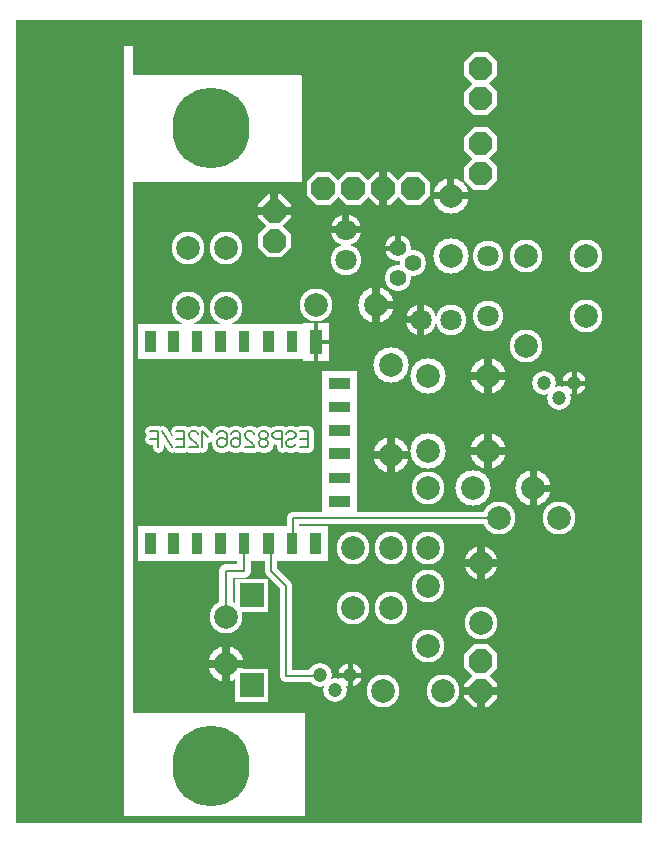
<source format=gbr>
%FSLAX34Y34*%
%MOMM*%
%LNSILK_TOP*%
G71*
G01*
%ADD10C, 7.50*%
%ADD11C, 2.80*%
%ADD12C, 2.80*%
%ADD13C, 2.60*%
%ADD14C, 2.60*%
%ADD15C, 3.00*%
%ADD16C, 3.00*%
%ADD17C, 1.20*%
%ADD18C, 1.00*%
%ADD19C, 2.00*%
%ADD20C, 2.20*%
%ADD21C, 3.00*%
%ADD22C, 0.10*%
%ADD23C, 0.20*%
%ADD24C, 0.97*%
%ADD25C, 0.67*%
%ADD26C, 0.60*%
%ADD27C, 0.33*%
%ADD28C, 0.40*%
%ADD29C, 0.47*%
%ADD30C, 6.50*%
%ADD31C, 2.00*%
%ADD32C, 2.00*%
%ADD33C, 1.80*%
%ADD34C, 1.80*%
%ADD35C, 2.00*%
%ADD36C, 2.00*%
%ADD37C, 1.20*%
%ADD38C, 1.40*%
%ADD39C, 0.17*%
%LPD*%
G36*
X0Y1000000D02*
X530000Y1000000D01*
X530000Y320000D01*
X0Y320000D01*
X0Y1000000D01*
G37*
%LPC*%
X165100Y368300D02*
G54D10*
D03*
X165100Y908050D02*
G54D10*
D03*
G36*
X259312Y702581D02*
X289312Y702581D01*
X289312Y681581D01*
X259312Y681581D01*
X259312Y702581D01*
G37*
G36*
X259312Y682738D02*
X289312Y682738D01*
X289312Y661738D01*
X259312Y661738D01*
X259312Y682738D01*
G37*
G36*
X259312Y662894D02*
X289312Y662894D01*
X289312Y641894D01*
X259312Y641894D01*
X259312Y662894D01*
G37*
G36*
X259312Y643050D02*
X289312Y643050D01*
X289312Y622050D01*
X259312Y622050D01*
X259312Y643050D01*
G37*
G36*
X259312Y622412D02*
X289312Y622412D01*
X289312Y601412D01*
X259312Y601412D01*
X259312Y622412D01*
G37*
G36*
X259312Y602569D02*
X289312Y602569D01*
X289312Y581569D01*
X259312Y581569D01*
X259312Y602569D01*
G37*
G36*
X103475Y742800D02*
X124475Y742800D01*
X124475Y712800D01*
X103475Y712800D01*
X103475Y742800D01*
G37*
G36*
X123319Y742800D02*
X144319Y742800D01*
X144319Y712800D01*
X123319Y712800D01*
X123319Y742800D01*
G37*
G36*
X143162Y742800D02*
X164162Y742800D01*
X164162Y712800D01*
X143162Y712800D01*
X143162Y742800D01*
G37*
G36*
X163006Y742800D02*
X184006Y742800D01*
X184006Y712800D01*
X163006Y712800D01*
X163006Y742800D01*
G37*
G36*
X182850Y742800D02*
X203850Y742800D01*
X203850Y712800D01*
X182850Y712800D01*
X182850Y742800D01*
G37*
G36*
X203488Y742800D02*
X224488Y742800D01*
X224488Y712800D01*
X203488Y712800D01*
X203488Y742800D01*
G37*
G36*
X223331Y742800D02*
X244331Y742800D01*
X244331Y712800D01*
X223331Y712800D01*
X223331Y742800D01*
G37*
G36*
X243175Y742800D02*
X264175Y742800D01*
X264175Y712800D01*
X243175Y712800D01*
X243175Y742800D01*
G37*
G36*
X243175Y571350D02*
X264175Y571350D01*
X264175Y541350D01*
X243175Y541350D01*
X243175Y571350D01*
G37*
G36*
X223331Y571350D02*
X244331Y571350D01*
X244331Y541350D01*
X223331Y541350D01*
X223331Y571350D01*
G37*
G36*
X203488Y571350D02*
X224488Y571350D01*
X224488Y541350D01*
X203488Y541350D01*
X203488Y571350D01*
G37*
G36*
X182850Y571350D02*
X203850Y571350D01*
X203850Y541350D01*
X182850Y541350D01*
X182850Y571350D01*
G37*
G36*
X163006Y571350D02*
X184006Y571350D01*
X184006Y541350D01*
X163006Y541350D01*
X163006Y571350D01*
G37*
G36*
X143162Y571350D02*
X164162Y571350D01*
X164162Y541350D01*
X143162Y541350D01*
X143162Y571350D01*
G37*
G36*
X123319Y571350D02*
X144319Y571350D01*
X144319Y541350D01*
X123319Y541350D01*
X123319Y571350D01*
G37*
G36*
X103475Y571350D02*
X124475Y571350D01*
X124475Y541350D01*
X103475Y541350D01*
X103475Y571350D01*
G37*
X165100Y908844D02*
G54D10*
D03*
X165100Y909638D02*
G54D10*
D03*
X165100Y907256D02*
G54D10*
D03*
X165100Y906462D02*
G54D10*
D03*
X165100Y369094D02*
G54D10*
D03*
X165100Y369888D02*
G54D10*
D03*
X165100Y367506D02*
G54D10*
D03*
X165100Y366712D02*
G54D10*
D03*
G36*
X186025Y526762D02*
X214025Y526762D01*
X214025Y498762D01*
X186025Y498762D01*
X186025Y526762D01*
G37*
G36*
X186025Y450562D02*
X214025Y450562D01*
X214025Y422562D01*
X186025Y422562D01*
X186025Y450562D01*
G37*
X177800Y454819D02*
G54D11*
D03*
X177800Y494506D02*
G54D11*
D03*
X431800Y724002D02*
G54D12*
D03*
X482600Y749402D02*
G54D12*
D03*
X482600Y800202D02*
G54D12*
D03*
X431800Y800202D02*
G54D12*
D03*
X400050Y800100D02*
G54D13*
D03*
X400050Y749300D02*
G54D13*
D03*
G36*
X246350Y863060D02*
X254540Y871250D01*
X266160Y871250D01*
X274350Y863060D01*
X274350Y851440D01*
X266160Y843250D01*
X254540Y843250D01*
X246350Y851440D01*
X246350Y863060D01*
G37*
G36*
X271750Y863060D02*
X279940Y871250D01*
X291560Y871250D01*
X299750Y863060D01*
X299750Y851440D01*
X291560Y843250D01*
X279940Y843250D01*
X271750Y851440D01*
X271750Y863060D01*
G37*
G36*
X297150Y863060D02*
X305340Y871250D01*
X316960Y871250D01*
X325150Y863060D01*
X325150Y851440D01*
X316960Y843250D01*
X305340Y843250D01*
X297150Y851440D01*
X297150Y863060D01*
G37*
G36*
X322550Y863060D02*
X330740Y871250D01*
X342360Y871250D01*
X350550Y863060D01*
X350550Y851440D01*
X342360Y843250D01*
X330740Y843250D01*
X322550Y851440D01*
X322550Y863060D01*
G37*
G36*
X205075Y844010D02*
X213265Y852200D01*
X224885Y852200D01*
X233075Y844010D01*
X233075Y832390D01*
X224885Y824200D01*
X213265Y824200D01*
X205075Y832390D01*
X205075Y844010D01*
G37*
G36*
X205075Y818610D02*
X213265Y826800D01*
X224885Y826800D01*
X233075Y818610D01*
X233075Y806990D01*
X224885Y798800D01*
X213265Y798800D01*
X205075Y806990D01*
X205075Y818610D01*
G37*
X279399Y822325D02*
G54D13*
D03*
X279399Y796925D02*
G54D13*
D03*
X279399Y822325D02*
G54D14*
D03*
X342900Y746125D02*
G54D13*
D03*
X368300Y746125D02*
G54D13*
D03*
X342900Y746125D02*
G54D14*
D03*
X368300Y850900D02*
G54D15*
D03*
X368300Y800100D02*
G54D15*
D03*
X368300Y850900D02*
G54D15*
D03*
G36*
X243000Y743070D02*
X265000Y743070D01*
X265000Y711070D01*
X243000Y711070D01*
X243000Y743070D01*
G37*
X317500Y631825D02*
G54D16*
D03*
X317500Y708025D02*
G54D16*
D03*
X317500Y631820D02*
G54D15*
D03*
X177800Y454820D02*
G54D15*
D03*
G54D17*
X193675Y558800D02*
X193675Y533400D01*
X177800Y533400D01*
X177800Y498475D01*
X349250Y635000D02*
G54D15*
D03*
X400050Y635000D02*
G54D15*
D03*
X349250Y698500D02*
G54D15*
D03*
X400050Y698500D02*
G54D15*
D03*
X400050Y698500D02*
G54D15*
D03*
X400050Y635000D02*
G54D15*
D03*
G36*
X399510Y471200D02*
X407700Y463010D01*
X407700Y451390D01*
X399510Y443200D01*
X387890Y443200D01*
X379700Y451390D01*
X379700Y463010D01*
X387890Y471200D01*
X399510Y471200D01*
G37*
G36*
X399510Y445800D02*
X407700Y437610D01*
X407700Y425990D01*
X399510Y417800D01*
X387890Y417800D01*
X379700Y425990D01*
X379700Y437610D01*
X387890Y445800D01*
X399510Y445800D01*
G37*
G54D18*
X215900Y558800D02*
X215900Y533400D01*
X228600Y520700D01*
X228600Y444500D01*
X257175Y444500D01*
X473075Y692150D02*
G54D19*
D03*
X460375Y679450D02*
G54D19*
D03*
X447675Y692150D02*
G54D19*
D03*
X473075Y692150D02*
G54D19*
D03*
G36*
X399510Y909350D02*
X407700Y901160D01*
X407700Y889540D01*
X399510Y881350D01*
X387890Y881350D01*
X379700Y889540D01*
X379700Y901160D01*
X387890Y909350D01*
X399510Y909350D01*
G37*
G36*
X399510Y883950D02*
X407700Y875760D01*
X407700Y864140D01*
X399510Y855950D01*
X387890Y855950D01*
X379700Y864140D01*
X379700Y875760D01*
X387890Y883950D01*
X399510Y883950D01*
G37*
G36*
X399510Y972850D02*
X407700Y964660D01*
X407700Y953040D01*
X399510Y944850D01*
X387890Y944850D01*
X379700Y953040D01*
X379700Y964660D01*
X387890Y972850D01*
X399510Y972850D01*
G37*
G36*
X399510Y947450D02*
X407700Y939260D01*
X407700Y927640D01*
X399510Y919450D01*
X387890Y919450D01*
X379700Y927640D01*
X379700Y939260D01*
X387890Y947450D01*
X399510Y947450D01*
G37*
X323850Y806450D02*
G54D20*
D03*
X336550Y793750D02*
G54D20*
D03*
X323850Y781050D02*
G54D20*
D03*
X323850Y806450D02*
G54D20*
D03*
X304800Y758825D02*
G54D21*
D03*
X349250Y520700D02*
G54D12*
D03*
X349250Y469900D02*
G54D12*
D03*
X460375Y577850D02*
G54D12*
D03*
X409575Y577850D02*
G54D12*
D03*
X283256Y444953D02*
G54D19*
D03*
X270556Y432253D02*
G54D19*
D03*
X257856Y444953D02*
G54D19*
D03*
X283256Y444953D02*
G54D19*
D03*
X311150Y431800D02*
G54D12*
D03*
X361950Y431800D02*
G54D12*
D03*
X254000Y758825D02*
G54D12*
D03*
X304800Y758825D02*
G54D12*
D03*
X146050Y806450D02*
G54D12*
D03*
X146050Y755650D02*
G54D12*
D03*
X177800Y806450D02*
G54D12*
D03*
X177800Y755650D02*
G54D12*
D03*
X349250Y603250D02*
G54D12*
D03*
X349250Y552450D02*
G54D12*
D03*
X285750Y552450D02*
G54D12*
D03*
X285750Y501650D02*
G54D12*
D03*
X317500Y552450D02*
G54D12*
D03*
X317500Y501650D02*
G54D12*
D03*
G54D18*
X234950Y555625D02*
X234950Y577850D01*
X406400Y577850D01*
G36*
X244475Y412750D02*
X92075Y412750D01*
X92075Y327025D01*
X244475Y327025D01*
X244475Y412750D01*
G37*
G54D22*
X244475Y412750D02*
X92075Y412750D01*
X92075Y327025D01*
X244475Y327025D01*
X244475Y412750D01*
G36*
X92075Y327025D02*
X98425Y327025D01*
X98425Y977900D01*
X92075Y977900D01*
X92075Y327025D01*
G37*
G54D22*
X92075Y327025D02*
X98425Y327025D01*
X98425Y977900D01*
X92075Y977900D01*
X92075Y327025D01*
G36*
X241300Y952500D02*
X95250Y952500D01*
X95250Y863600D01*
X241300Y863600D01*
X241300Y952500D01*
G37*
G54D23*
X241300Y952500D02*
X95250Y952500D01*
X95250Y863600D01*
X241300Y863600D01*
X241300Y952500D01*
G54D24*
X240650Y638175D02*
X247650Y638175D01*
X247650Y651508D01*
X240650Y651508D01*
G54D24*
X247650Y644842D02*
X240650Y644842D01*
G54D24*
X236983Y640675D02*
X235983Y639008D01*
X233983Y638175D01*
X231983Y638175D01*
X229983Y639008D01*
X228983Y640675D01*
X228983Y642342D01*
X229983Y644008D01*
X231983Y644842D01*
X233983Y644842D01*
X235983Y645675D01*
X236983Y647342D01*
X236983Y649008D01*
X235983Y650675D01*
X233983Y651508D01*
X231983Y651508D01*
X229983Y650675D01*
X228983Y649008D01*
G54D24*
X225316Y638175D02*
X225316Y651508D01*
X220316Y651508D01*
X218316Y650675D01*
X217316Y649008D01*
X217316Y647342D01*
X218316Y645675D01*
X220316Y644842D01*
X225316Y644842D01*
G54D24*
X208649Y644842D02*
X210649Y644842D01*
X212649Y645675D01*
X213649Y647342D01*
X213649Y649008D01*
X212649Y650675D01*
X210649Y651508D01*
X208649Y651508D01*
X206649Y650675D01*
X205649Y649008D01*
X205649Y647342D01*
X206649Y645675D01*
X208649Y644842D01*
X206649Y644008D01*
X205649Y642342D01*
X205649Y640675D01*
X206649Y639008D01*
X208649Y638175D01*
X210649Y638175D01*
X212649Y639008D01*
X213649Y640675D01*
X213649Y642342D01*
X212649Y644008D01*
X210649Y644842D01*
G54D24*
X193982Y638175D02*
X201982Y638175D01*
X201982Y639008D01*
X200982Y640675D01*
X194982Y645675D01*
X193982Y647342D01*
X193982Y649008D01*
X194982Y650675D01*
X196982Y651508D01*
X198982Y651508D01*
X200982Y650675D01*
X201982Y649008D01*
G54D24*
X182315Y649008D02*
X183315Y650675D01*
X185315Y651508D01*
X187315Y651508D01*
X189315Y650675D01*
X190315Y649008D01*
X190315Y644842D01*
X190315Y644008D01*
X187315Y645675D01*
X185315Y645675D01*
X183315Y644842D01*
X182315Y643175D01*
X182315Y640675D01*
X183315Y639008D01*
X185315Y638175D01*
X187315Y638175D01*
X189315Y639008D01*
X190315Y640675D01*
X190315Y644842D01*
G54D24*
X170648Y649008D02*
X171648Y650675D01*
X173648Y651508D01*
X175648Y651508D01*
X177648Y650675D01*
X178648Y649008D01*
X178648Y644842D01*
X178648Y644008D01*
X175648Y645675D01*
X173648Y645675D01*
X171648Y644842D01*
X170648Y643175D01*
X170648Y640675D01*
X171648Y639008D01*
X173648Y638175D01*
X175648Y638175D01*
X177648Y639008D01*
X178648Y640675D01*
X178648Y644842D01*
G54D24*
X163114Y646508D02*
X158114Y651508D01*
X158114Y638175D01*
G54D24*
X146447Y638175D02*
X154447Y638175D01*
X154447Y639008D01*
X153447Y640675D01*
X147447Y645675D01*
X146447Y647342D01*
X146447Y649008D01*
X147447Y650675D01*
X149447Y651508D01*
X151447Y651508D01*
X153447Y650675D01*
X154447Y649008D01*
G54D24*
X135780Y638175D02*
X142780Y638175D01*
X142780Y651508D01*
X135780Y651508D01*
G54D24*
X142780Y644842D02*
X135780Y644842D01*
G54D24*
X132113Y638175D02*
X124113Y651508D01*
G54D24*
X120446Y638175D02*
X120446Y651508D01*
X113446Y651508D01*
G54D24*
X120446Y644842D02*
X113446Y644842D01*
X393700Y539750D02*
G54D12*
D03*
X393700Y488950D02*
G54D12*
D03*
X393700Y539750D02*
G54D12*
D03*
X438150Y603250D02*
G54D15*
D03*
X387350Y603250D02*
G54D15*
D03*
X438150Y603250D02*
G54D15*
D03*
%LPD*%
G54D25*
G36*
X307817Y857250D02*
X307817Y871750D01*
X314483Y871750D01*
X314483Y857250D01*
X307817Y857250D01*
G37*
G36*
X314483Y857250D02*
X314483Y842750D01*
X307817Y842750D01*
X307817Y857250D01*
X314483Y857250D01*
G37*
G54D25*
G36*
X215742Y838200D02*
X215742Y852700D01*
X222408Y852700D01*
X222408Y838200D01*
X215742Y838200D01*
G37*
G36*
X219075Y841533D02*
X233575Y841533D01*
X233575Y834867D01*
X219075Y834867D01*
X219075Y841533D01*
G37*
G36*
X219075Y834867D02*
X204575Y834867D01*
X204575Y841533D01*
X219075Y841533D01*
X219075Y834867D01*
G37*
G54D26*
G36*
X276399Y822325D02*
X276399Y835825D01*
X282399Y835825D01*
X282399Y822325D01*
X276399Y822325D01*
G37*
G36*
X279399Y825325D02*
X292899Y825325D01*
X292899Y819325D01*
X279399Y819325D01*
X279399Y825325D01*
G37*
G36*
X279399Y819325D02*
X265899Y819325D01*
X265899Y825325D01*
X279399Y825325D01*
X279399Y819325D01*
G37*
G54D26*
G36*
X342900Y743125D02*
X329400Y743125D01*
X329400Y749125D01*
X342900Y749125D01*
X342900Y743125D01*
G37*
G36*
X339900Y746125D02*
X339900Y759625D01*
X345900Y759625D01*
X345900Y746125D01*
X339900Y746125D01*
G37*
G36*
X345900Y746125D02*
X345900Y732625D01*
X339900Y732625D01*
X339900Y746125D01*
X345900Y746125D01*
G37*
G54D26*
G36*
X365300Y850900D02*
X365300Y866400D01*
X371300Y866400D01*
X371300Y850900D01*
X365300Y850900D01*
G37*
G36*
X368300Y853900D02*
X383800Y853900D01*
X383800Y847900D01*
X368300Y847900D01*
X368300Y853900D01*
G37*
G36*
X368300Y847900D02*
X352800Y847900D01*
X352800Y853900D01*
X368300Y853900D01*
X368300Y847900D01*
G37*
G54D27*
G36*
X252333Y727070D02*
X252333Y743570D01*
X255667Y743570D01*
X255667Y727070D01*
X252333Y727070D01*
G37*
G36*
X254000Y728737D02*
X265500Y728737D01*
X265500Y725403D01*
X254000Y725403D01*
X254000Y728737D01*
G37*
G36*
X255667Y727070D02*
X255667Y710570D01*
X252333Y710570D01*
X252333Y727070D01*
X255667Y727070D01*
G37*
G54D25*
G36*
X314167Y631820D02*
X314167Y647320D01*
X320833Y647320D01*
X320833Y631820D01*
X314167Y631820D01*
G37*
G36*
X317500Y635153D02*
X333000Y635153D01*
X333000Y628487D01*
X317500Y628487D01*
X317500Y635153D01*
G37*
G36*
X320833Y631820D02*
X320833Y616320D01*
X314167Y616320D01*
X314167Y631820D01*
X320833Y631820D01*
G37*
G36*
X317500Y628487D02*
X302000Y628487D01*
X302000Y635153D01*
X317500Y635153D01*
X317500Y628487D01*
G37*
G54D25*
G36*
X174467Y454820D02*
X174467Y470320D01*
X181133Y470320D01*
X181133Y454820D01*
X174467Y454820D01*
G37*
G36*
X177800Y458153D02*
X193300Y458153D01*
X193300Y451487D01*
X177800Y451487D01*
X177800Y458153D01*
G37*
G36*
X181133Y454820D02*
X181133Y439320D01*
X174467Y439320D01*
X174467Y454820D01*
X181133Y454820D01*
G37*
G36*
X177800Y451487D02*
X162300Y451487D01*
X162300Y458153D01*
X177800Y458153D01*
X177800Y451487D01*
G37*
G54D25*
G36*
X400050Y701833D02*
X415550Y701833D01*
X415550Y695167D01*
X400050Y695167D01*
X400050Y701833D01*
G37*
G36*
X403383Y698500D02*
X403383Y683000D01*
X396717Y683000D01*
X396717Y698500D01*
X403383Y698500D01*
G37*
G36*
X400050Y695167D02*
X384550Y695167D01*
X384550Y701833D01*
X400050Y701833D01*
X400050Y695167D01*
G37*
G36*
X396717Y698500D02*
X396717Y714000D01*
X403383Y714000D01*
X403383Y698500D01*
X396717Y698500D01*
G37*
G54D25*
G36*
X400050Y638333D02*
X415550Y638333D01*
X415550Y631667D01*
X400050Y631667D01*
X400050Y638333D01*
G37*
G36*
X403383Y635000D02*
X403383Y619500D01*
X396717Y619500D01*
X396717Y635000D01*
X403383Y635000D01*
G37*
G36*
X400050Y631667D02*
X384550Y631667D01*
X384550Y638333D01*
X400050Y638333D01*
X400050Y631667D01*
G37*
G36*
X396717Y635000D02*
X396717Y650500D01*
X403383Y650500D01*
X403383Y635000D01*
X396717Y635000D01*
G37*
G54D25*
G36*
X393700Y435133D02*
X408200Y435133D01*
X408200Y428467D01*
X393700Y428467D01*
X393700Y435133D01*
G37*
G36*
X397033Y431800D02*
X397033Y417300D01*
X390367Y417300D01*
X390367Y431800D01*
X397033Y431800D01*
G37*
G36*
X393700Y428467D02*
X379200Y428467D01*
X379200Y435133D01*
X393700Y435133D01*
X393700Y428467D01*
G37*
G54D28*
G36*
X473075Y690150D02*
X462575Y690150D01*
X462575Y694150D01*
X473075Y694150D01*
X473075Y690150D01*
G37*
G36*
X471075Y692150D02*
X471075Y702650D01*
X475075Y702650D01*
X475075Y692150D01*
X471075Y692150D01*
G37*
G36*
X473075Y694150D02*
X483575Y694150D01*
X483575Y690150D01*
X473075Y690150D01*
X473075Y694150D01*
G37*
G36*
X475075Y692150D02*
X475075Y681650D01*
X471075Y681650D01*
X471075Y692150D01*
X475075Y692150D01*
G37*
G54D29*
G36*
X321517Y806450D02*
X321517Y817950D01*
X326183Y817950D01*
X326183Y806450D01*
X321517Y806450D01*
G37*
G36*
X323850Y804117D02*
X312350Y804117D01*
X312350Y808783D01*
X323850Y808783D01*
X323850Y804117D01*
G37*
G54D25*
G36*
X301467Y758825D02*
X301467Y774325D01*
X308133Y774325D01*
X308133Y758825D01*
X301467Y758825D01*
G37*
G36*
X304800Y762158D02*
X320300Y762158D01*
X320300Y755492D01*
X304800Y755492D01*
X304800Y762158D01*
G37*
G36*
X308133Y758825D02*
X308133Y743325D01*
X301467Y743325D01*
X301467Y758825D01*
X308133Y758825D01*
G37*
G54D28*
G36*
X283256Y442953D02*
X272756Y442953D01*
X272756Y446953D01*
X283256Y446953D01*
X283256Y442953D01*
G37*
G36*
X281256Y444953D02*
X281256Y455453D01*
X285256Y455453D01*
X285256Y444953D01*
X281256Y444953D01*
G37*
G36*
X283256Y446953D02*
X293756Y446953D01*
X293756Y442953D01*
X283256Y442953D01*
X283256Y446953D01*
G37*
G36*
X285256Y444953D02*
X285256Y434453D01*
X281256Y434453D01*
X281256Y444953D01*
X285256Y444953D01*
G37*
G54D25*
G36*
X390367Y539750D02*
X390367Y554250D01*
X397033Y554250D01*
X397033Y539750D01*
X390367Y539750D01*
G37*
G36*
X393700Y543083D02*
X408200Y543083D01*
X408200Y536417D01*
X393700Y536417D01*
X393700Y543083D01*
G37*
G36*
X397033Y539750D02*
X397033Y525250D01*
X390367Y525250D01*
X390367Y539750D01*
X397033Y539750D01*
G37*
G36*
X393700Y536417D02*
X379200Y536417D01*
X379200Y543083D01*
X393700Y543083D01*
X393700Y536417D01*
G37*
G54D26*
G36*
X438150Y606250D02*
X453650Y606250D01*
X453650Y600250D01*
X438150Y600250D01*
X438150Y606250D01*
G37*
G36*
X441150Y603250D02*
X441150Y587750D01*
X435150Y587750D01*
X435150Y603250D01*
X441150Y603250D01*
G37*
G36*
X435150Y603250D02*
X435150Y618750D01*
X441150Y618750D01*
X441150Y603250D01*
X435150Y603250D01*
G37*
X165100Y368300D02*
G54D30*
D03*
X165100Y908050D02*
G54D30*
D03*
G36*
X265312Y696581D02*
X283312Y696581D01*
X283312Y687581D01*
X265312Y687581D01*
X265312Y696581D01*
G37*
G36*
X265312Y676738D02*
X283312Y676738D01*
X283312Y667738D01*
X265312Y667738D01*
X265312Y676738D01*
G37*
G36*
X265312Y656894D02*
X283312Y656894D01*
X283312Y647894D01*
X265312Y647894D01*
X265312Y656894D01*
G37*
G36*
X265312Y637050D02*
X283312Y637050D01*
X283312Y628050D01*
X265312Y628050D01*
X265312Y637050D01*
G37*
G36*
X265312Y616412D02*
X283312Y616412D01*
X283312Y607412D01*
X265312Y607412D01*
X265312Y616412D01*
G37*
G36*
X265312Y596569D02*
X283312Y596569D01*
X283312Y587569D01*
X265312Y587569D01*
X265312Y596569D01*
G37*
G36*
X109475Y736800D02*
X118475Y736800D01*
X118475Y718800D01*
X109475Y718800D01*
X109475Y736800D01*
G37*
G36*
X129319Y736800D02*
X138319Y736800D01*
X138319Y718800D01*
X129319Y718800D01*
X129319Y736800D01*
G37*
G36*
X149162Y736800D02*
X158162Y736800D01*
X158162Y718800D01*
X149162Y718800D01*
X149162Y736800D01*
G37*
G36*
X169006Y736800D02*
X178006Y736800D01*
X178006Y718800D01*
X169006Y718800D01*
X169006Y736800D01*
G37*
G36*
X188850Y736800D02*
X197850Y736800D01*
X197850Y718800D01*
X188850Y718800D01*
X188850Y736800D01*
G37*
G36*
X209488Y736800D02*
X218488Y736800D01*
X218488Y718800D01*
X209488Y718800D01*
X209488Y736800D01*
G37*
G36*
X229331Y736800D02*
X238331Y736800D01*
X238331Y718800D01*
X229331Y718800D01*
X229331Y736800D01*
G37*
G36*
X249175Y736800D02*
X258175Y736800D01*
X258175Y718800D01*
X249175Y718800D01*
X249175Y736800D01*
G37*
G36*
X249175Y565350D02*
X258175Y565350D01*
X258175Y547350D01*
X249175Y547350D01*
X249175Y565350D01*
G37*
G36*
X229331Y565350D02*
X238331Y565350D01*
X238331Y547350D01*
X229331Y547350D01*
X229331Y565350D01*
G37*
G36*
X209488Y565350D02*
X218488Y565350D01*
X218488Y547350D01*
X209488Y547350D01*
X209488Y565350D01*
G37*
G36*
X188850Y565350D02*
X197850Y565350D01*
X197850Y547350D01*
X188850Y547350D01*
X188850Y565350D01*
G37*
G36*
X169006Y565350D02*
X178006Y565350D01*
X178006Y547350D01*
X169006Y547350D01*
X169006Y565350D01*
G37*
G36*
X149162Y565350D02*
X158162Y565350D01*
X158162Y547350D01*
X149162Y547350D01*
X149162Y565350D01*
G37*
G36*
X129319Y565350D02*
X138319Y565350D01*
X138319Y547350D01*
X129319Y547350D01*
X129319Y565350D01*
G37*
G36*
X109475Y565350D02*
X118475Y565350D01*
X118475Y547350D01*
X109475Y547350D01*
X109475Y565350D01*
G37*
X165100Y908844D02*
G54D30*
D03*
X165100Y909638D02*
G54D30*
D03*
X165100Y907256D02*
G54D30*
D03*
X165100Y906462D02*
G54D30*
D03*
X165100Y369094D02*
G54D30*
D03*
X165100Y369888D02*
G54D30*
D03*
X165100Y367506D02*
G54D30*
D03*
X165100Y366712D02*
G54D30*
D03*
G36*
X190025Y522762D02*
X210025Y522762D01*
X210025Y502762D01*
X190025Y502762D01*
X190025Y522762D01*
G37*
G36*
X190025Y446562D02*
X210025Y446562D01*
X210025Y426562D01*
X190025Y426562D01*
X190025Y446562D01*
G37*
X177800Y454819D02*
G54D31*
D03*
X177800Y494506D02*
G54D31*
D03*
X431800Y724002D02*
G54D32*
D03*
X482600Y749402D02*
G54D32*
D03*
X482600Y800202D02*
G54D32*
D03*
X431800Y800202D02*
G54D32*
D03*
X400050Y800100D02*
G54D33*
D03*
X400050Y749300D02*
G54D33*
D03*
G36*
X250350Y861400D02*
X256200Y867250D01*
X264500Y867250D01*
X270350Y861400D01*
X270350Y853100D01*
X264500Y847250D01*
X256200Y847250D01*
X250350Y853100D01*
X250350Y861400D01*
G37*
G36*
X275750Y861400D02*
X281600Y867250D01*
X289900Y867250D01*
X295750Y861400D01*
X295750Y853100D01*
X289900Y847250D01*
X281600Y847250D01*
X275750Y853100D01*
X275750Y861400D01*
G37*
G36*
X301150Y861400D02*
X307000Y867250D01*
X315300Y867250D01*
X321150Y861400D01*
X321150Y853100D01*
X315300Y847250D01*
X307000Y847250D01*
X301150Y853100D01*
X301150Y861400D01*
G37*
G36*
X326550Y861400D02*
X332400Y867250D01*
X340700Y867250D01*
X346550Y861400D01*
X346550Y853100D01*
X340700Y847250D01*
X332400Y847250D01*
X326550Y853100D01*
X326550Y861400D01*
G37*
G36*
X209075Y842350D02*
X214925Y848200D01*
X223225Y848200D01*
X229075Y842350D01*
X229075Y834050D01*
X223225Y828200D01*
X214925Y828200D01*
X209075Y834050D01*
X209075Y842350D01*
G37*
G36*
X209075Y816950D02*
X214925Y822800D01*
X223225Y822800D01*
X229075Y816950D01*
X229075Y808650D01*
X223225Y802800D01*
X214925Y802800D01*
X209075Y808650D01*
X209075Y816950D01*
G37*
X279399Y822325D02*
G54D33*
D03*
X279399Y796925D02*
G54D33*
D03*
X279399Y822325D02*
G54D34*
D03*
X342900Y746125D02*
G54D33*
D03*
X368300Y746125D02*
G54D33*
D03*
X342900Y746125D02*
G54D34*
D03*
X368300Y850900D02*
G54D35*
D03*
X368300Y800100D02*
G54D35*
D03*
X368300Y850900D02*
G54D34*
D03*
G36*
X249000Y737070D02*
X259000Y737070D01*
X259000Y717070D01*
X249000Y717070D01*
X249000Y737070D01*
G37*
X317500Y631825D02*
G54D36*
D03*
X317500Y708025D02*
G54D36*
D03*
X317500Y631820D02*
G54D35*
D03*
X177800Y454820D02*
G54D35*
D03*
G54D23*
X193675Y558800D02*
X193675Y533400D01*
X177800Y533400D01*
X177800Y498475D01*
X349250Y635000D02*
G54D35*
D03*
X400050Y635000D02*
G54D35*
D03*
X349250Y698500D02*
G54D35*
D03*
X400050Y698500D02*
G54D35*
D03*
X400050Y698500D02*
G54D35*
D03*
X400050Y635000D02*
G54D35*
D03*
G36*
X397850Y467200D02*
X403700Y461350D01*
X403700Y453050D01*
X397850Y447200D01*
X389550Y447200D01*
X383700Y453050D01*
X383700Y461350D01*
X389550Y467200D01*
X397850Y467200D01*
G37*
G36*
X397850Y441800D02*
X403700Y435950D01*
X403700Y427650D01*
X397850Y421800D01*
X389550Y421800D01*
X383700Y427650D01*
X383700Y435950D01*
X389550Y441800D01*
X397850Y441800D01*
G37*
G54D23*
X215900Y558800D02*
X215900Y533400D01*
X228600Y520700D01*
X228600Y444500D01*
X257175Y444500D01*
X473075Y692150D02*
G54D37*
D03*
X460375Y679450D02*
G54D37*
D03*
X447675Y692150D02*
G54D37*
D03*
X473075Y692150D02*
G54D37*
D03*
G36*
X397850Y905350D02*
X403700Y899500D01*
X403700Y891200D01*
X397850Y885350D01*
X389550Y885350D01*
X383700Y891200D01*
X383700Y899500D01*
X389550Y905350D01*
X397850Y905350D01*
G37*
G36*
X397850Y879950D02*
X403700Y874100D01*
X403700Y865800D01*
X397850Y859950D01*
X389550Y859950D01*
X383700Y865800D01*
X383700Y874100D01*
X389550Y879950D01*
X397850Y879950D01*
G37*
G36*
X397850Y968850D02*
X403700Y963000D01*
X403700Y954700D01*
X397850Y948850D01*
X389550Y948850D01*
X383700Y954700D01*
X383700Y963000D01*
X389550Y968850D01*
X397850Y968850D01*
G37*
G36*
X397850Y943450D02*
X403700Y937600D01*
X403700Y929300D01*
X397850Y923450D01*
X389550Y923450D01*
X383700Y929300D01*
X383700Y937600D01*
X389550Y943450D01*
X397850Y943450D01*
G37*
X323850Y806450D02*
G54D38*
D03*
X336550Y793750D02*
G54D38*
D03*
X323850Y781050D02*
G54D38*
D03*
X323850Y806450D02*
G54D38*
D03*
X304800Y758825D02*
G54D32*
D03*
X349250Y520700D02*
G54D32*
D03*
X349250Y469900D02*
G54D32*
D03*
X460375Y577850D02*
G54D32*
D03*
X409575Y577850D02*
G54D32*
D03*
X283256Y444953D02*
G54D37*
D03*
X270556Y432253D02*
G54D37*
D03*
X257856Y444953D02*
G54D37*
D03*
X283256Y444953D02*
G54D37*
D03*
X311150Y431800D02*
G54D32*
D03*
X361950Y431800D02*
G54D32*
D03*
X254000Y758825D02*
G54D32*
D03*
X304800Y758825D02*
G54D32*
D03*
X146050Y806450D02*
G54D32*
D03*
X146050Y755650D02*
G54D32*
D03*
X177800Y806450D02*
G54D32*
D03*
X177800Y755650D02*
G54D32*
D03*
X349250Y603250D02*
G54D32*
D03*
X349250Y552450D02*
G54D32*
D03*
X285750Y552450D02*
G54D32*
D03*
X285750Y501650D02*
G54D32*
D03*
X317500Y552450D02*
G54D32*
D03*
X317500Y501650D02*
G54D32*
D03*
G54D23*
X234950Y555625D02*
X234950Y577850D01*
X406400Y577850D01*
G54D39*
X240650Y638175D02*
X247650Y638175D01*
X247650Y651508D01*
X240650Y651508D01*
G54D39*
X247650Y644842D02*
X240650Y644842D01*
G54D39*
X236983Y640675D02*
X235983Y639008D01*
X233983Y638175D01*
X231983Y638175D01*
X229983Y639008D01*
X228983Y640675D01*
X228983Y642342D01*
X229983Y644008D01*
X231983Y644842D01*
X233983Y644842D01*
X235983Y645675D01*
X236983Y647342D01*
X236983Y649008D01*
X235983Y650675D01*
X233983Y651508D01*
X231983Y651508D01*
X229983Y650675D01*
X228983Y649008D01*
G54D39*
X225316Y638175D02*
X225316Y651508D01*
X220316Y651508D01*
X218316Y650675D01*
X217316Y649008D01*
X217316Y647342D01*
X218316Y645675D01*
X220316Y644842D01*
X225316Y644842D01*
G54D39*
X208649Y644842D02*
X210649Y644842D01*
X212649Y645675D01*
X213649Y647342D01*
X213649Y649008D01*
X212649Y650675D01*
X210649Y651508D01*
X208649Y651508D01*
X206649Y650675D01*
X205649Y649008D01*
X205649Y647342D01*
X206649Y645675D01*
X208649Y644842D01*
X206649Y644008D01*
X205649Y642342D01*
X205649Y640675D01*
X206649Y639008D01*
X208649Y638175D01*
X210649Y638175D01*
X212649Y639008D01*
X213649Y640675D01*
X213649Y642342D01*
X212649Y644008D01*
X210649Y644842D01*
G54D39*
X193982Y638175D02*
X201982Y638175D01*
X201982Y639008D01*
X200982Y640675D01*
X194982Y645675D01*
X193982Y647342D01*
X193982Y649008D01*
X194982Y650675D01*
X196982Y651508D01*
X198982Y651508D01*
X200982Y650675D01*
X201982Y649008D01*
G54D39*
X182315Y649008D02*
X183315Y650675D01*
X185315Y651508D01*
X187315Y651508D01*
X189315Y650675D01*
X190315Y649008D01*
X190315Y644842D01*
X190315Y644008D01*
X187315Y645675D01*
X185315Y645675D01*
X183315Y644842D01*
X182315Y643175D01*
X182315Y640675D01*
X183315Y639008D01*
X185315Y638175D01*
X187315Y638175D01*
X189315Y639008D01*
X190315Y640675D01*
X190315Y644842D01*
G54D39*
X170648Y649008D02*
X171648Y650675D01*
X173648Y651508D01*
X175648Y651508D01*
X177648Y650675D01*
X178648Y649008D01*
X178648Y644842D01*
X178648Y644008D01*
X175648Y645675D01*
X173648Y645675D01*
X171648Y644842D01*
X170648Y643175D01*
X170648Y640675D01*
X171648Y639008D01*
X173648Y638175D01*
X175648Y638175D01*
X177648Y639008D01*
X178648Y640675D01*
X178648Y644842D01*
G54D39*
X163114Y646508D02*
X158114Y651508D01*
X158114Y638175D01*
G54D39*
X146447Y638175D02*
X154447Y638175D01*
X154447Y639008D01*
X153447Y640675D01*
X147447Y645675D01*
X146447Y647342D01*
X146447Y649008D01*
X147447Y650675D01*
X149447Y651508D01*
X151447Y651508D01*
X153447Y650675D01*
X154447Y649008D01*
G54D39*
X135780Y638175D02*
X142780Y638175D01*
X142780Y651508D01*
X135780Y651508D01*
G54D39*
X142780Y644842D02*
X135780Y644842D01*
G54D39*
X132113Y638175D02*
X124113Y651508D01*
G54D39*
X120446Y638175D02*
X120446Y651508D01*
X113446Y651508D01*
G54D39*
X120446Y644842D02*
X113446Y644842D01*
X393700Y539750D02*
G54D32*
D03*
X393700Y488950D02*
G54D32*
D03*
X393700Y539750D02*
G54D32*
D03*
X438150Y603250D02*
G54D35*
D03*
X387350Y603250D02*
G54D35*
D03*
X438150Y603250D02*
G54D34*
D03*
M02*

</source>
